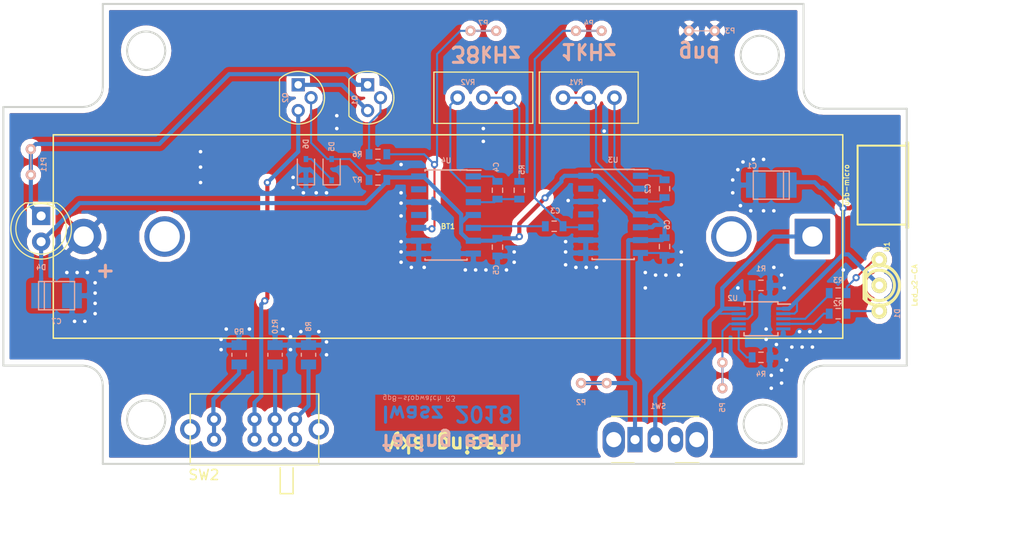
<source format=kicad_pcb>
(kicad_pcb (version 20171130) (host pcbnew no-vcs-found-c6d0075~61~ubuntu17.10.1)
  (layers (0 F.Cu signal) (31 B.Cu signal) (34 B.Paste user) (35 F.Paste user) (36 B.SilkS user) (37 F.SilkS user) (38 B.Mask user) (39 F.Mask user) (44 Edge.Cuts user))
  (net 0 "")
  (net 1 GND)
  (net 2 "Net-(C1-Pad1)")
  (net 3 "Net-(C2-Pad1)")
  (net 4 "Net-(C2-Pad2)")
  (net 5 "Net-(C3-Pad1)")
  (net 6 "Net-(C3-Pad2)")
  (net 7 "Net-(C4-Pad1)")
  (net 8 "Net-(C4-Pad2)")
  (net 9 "Net-(D1-Pad1)")
  (net 10 +BATT)
  (net 11 "Net-(D5-Pad1)")
  (net 12 "Net-(D5-Pad2)")
  (net 13 "Net-(Q1-Pad2)")
  (net 14 "Net-(R1-Pad2)")
  (net 15 "Net-(R2-Pad2)")
  (net 16 "Net-(R3-Pad2)")
  (net 17 "Net-(R4-Pad1)")
  (net 18 "Net-(R5-Pad1)")
  (net 19 "Net-(RV1-Pad3)")
  (net 20 "Net-(RV2-Pad3)")
  (net 21 "Net-(D1-Pad3)")
  (net 22 "Net-(P5-Pad1)")
  (net 23 "Net-(P7-Pad1)")
  (net 24 "Net-(U1-Pad2)")
  (net 25 "Net-(U1-Pad3)")
  (net 26 "Net-(U1-Pad4)")
  (net 27 "Net-(U3-Pad11)")
  (net 28 "Net-(U3-Pad13)")
  (net 29 "Net-(U4-Pad11)")
  (net 30 "Net-(U4-Pad13)")
  (net 31 "Net-(D4-Pad1)")
  (net 32 "Net-(R10-Pad2)")
  (net 33 "Net-(Q2-Pad3)")
  (net 34 "Net-(R9-Pad2)")
  (net 35 "Net-(R8-Pad2)")
  (net 36 "Net-(BT1-Pad1)")
  (net 37 "Net-(Q1-Pad3)")
  (net 38 "Net-(SW1-Pad3)")
  (module iwasz:switch-3way-8pins-shorted (layer F.Cu) (at 125.476 113.03 180)
    (fp_text reference SW2 (at 5 -4.5 180) (layer F.SilkS))
    (fp_text value SW_SP3T)
    (pad "" thru_hole circle (at 6.35 0 180) (size 2 2) (drill 1.2) (layers *.Cu *.Mask))
    (pad "" thru_hole circle (at -6.35 0 180) (size 2 2) (drill 1.2) (layers *.Cu *.Mask))
    (pad 1 thru_hole circle (at -4 1 180) (size 1.4 1.4) (drill 0.7) (layers *.Cu *.Mask) (net 35 "Net-(R8-Pad2)"))
    (pad 2 thru_hole circle (at -2 1 180) (size 1.4 1.4) (drill 0.7) (layers *.Cu *.Mask) (net 32 "Net-(R10-Pad2)"))
    (pad 3 thru_hole circle (at 0 1 180) (size 1.4 1.4) (drill 0.7) (layers *.Cu *.Mask) (net 33 "Net-(Q2-Pad3)"))
    (pad 4 thru_hole circle (at 4 1 180) (size 1.4 1.4) (drill 0.7) (layers *.Cu *.Mask) (net 34 "Net-(R9-Pad2)"))
    (pad 2 thru_hole circle (at -2 -1 180) (size 1.4 1.4) (drill 0.7) (layers *.Cu *.Mask) (net 32 "Net-(R10-Pad2)"))
    (pad 3 thru_hole circle (at 0 -1 180) (size 1.4 1.4) (drill 0.7) (layers *.Cu *.Mask) (net 33 "Net-(Q2-Pad3)"))
    (pad 4 thru_hole circle (at 4 -1 180) (size 1.4 1.4) (drill 0.7) (layers *.Cu *.Mask) (net 34 "Net-(R9-Pad2)"))
    (pad 1 thru_hole circle (at -4 -1 180) (size 1.4 1.4) (drill 0.7) (layers *.Cu *.Mask) (net 35 "Net-(R8-Pad2)"))
  )
  (module Button_Switch_THT:SW_CuK_OS102011MA1QN1_SPDT_Angled (layer F.Cu) (at 163.068 114.046)
    (fp_text reference SW1 (at 2.286 -3.302) (layer B.SilkS) (effects (font (size 0.508 0.508) (thickness 0.1016)) (justify mirror)))
    (fp_text value power)
    (pad 1 thru_hole rect (at 0 0) (size 1.5 2.5) (drill 0.9) (layers *.Cu *.Mask) (net 10 +BATT))
    (pad 2 thru_hole oval (at 2 0) (size 1.5 2.5) (drill 0.9) (layers *.Cu *.Mask) (net 36 "Net-(BT1-Pad1)"))
    (pad 3 thru_hole oval (at 4 0) (size 1.5 2.5) (drill 0.9) (layers *.Cu *.Mask) (net 38 "Net-(SW1-Pad3)"))
    (pad "" thru_hole oval (at -2.1 0) (size 2.2 3.5) (drill 1.5) (layers *.Cu *.Mask))
    (pad "" thru_hole oval (at 6.1 0) (size 2.2 3.5) (drill 1.5) (layers *.Cu *.Mask))
  )
  (module Capacitor_SMD:C_0603_1608Metric (layer B.Cu) (at 165.984204 89.254334 270)
    (fp_text reference C2 (at 0 1.65 270) (layer B.SilkS) (effects (font (size 0.508 0.508) (thickness 0.1016)) (justify mirror)))
    (fp_text value 47nF)
    (pad 1 smd rect (at -0.875 0 270) (size 0.67 1) (layers B.Cu B.Paste B.Mask) (net 3 "Net-(C2-Pad1)"))
    (pad 2 smd rect (at 0.875 0 270) (size 0.67 1) (layers B.Cu B.Paste B.Mask) (net 4 "Net-(C2-Pad2)"))
  )
  (module Capacitor_SMD:C_0603_1608Metric (layer B.Cu) (at 155.081 92.964)
    (fp_text reference C3 (at 0.113 -1.524) (layer B.SilkS) (effects (font (size 0.508 0.508) (thickness 0.1016)) (justify mirror)))
    (fp_text value 47nF)
    (pad 2 smd rect (at 0.875 0) (size 0.67 1) (layers B.Cu B.Paste B.Mask) (net 6 "Net-(C3-Pad2)"))
    (pad 1 smd rect (at -0.875 0) (size 0.67 1) (layers B.Cu B.Paste B.Mask) (net 5 "Net-(C3-Pad1)"))
  )
  (module Capacitor_SMD:C_0603_1608Metric (layer B.Cu) (at 149.476126 89.408 270)
    (fp_text reference C4 (at -2.286 0.124126 270) (layer B.SilkS) (effects (font (size 0.508 0.508) (thickness 0.1016)) (justify mirror)))
    (fp_text value 100pF)
    (pad 1 smd rect (at -0.875 0 270) (size 0.67 1) (layers B.Cu B.Paste B.Mask) (net 7 "Net-(C4-Pad1)"))
    (pad 2 smd rect (at 0.875 0 270) (size 0.67 1) (layers B.Cu B.Paste B.Mask) (net 8 "Net-(C4-Pad2)"))
  )
  (module Capacitor_SMD:C_0603_1608Metric (layer B.Cu) (at 149.476126 95.028668 270)
    (fp_text reference C5 (at 2.253332 0.124126 270) (layer B.SilkS) (effects (font (size 0.508 0.508) (thickness 0.1016)) (justify mirror)))
    (fp_text value 100nF)
    (pad 2 smd rect (at 0.875 0 270) (size 0.67 1) (layers B.Cu B.Paste B.Mask) (net 1 GND))
    (pad 1 smd rect (at -0.875 0 270) (size 0.67 1) (layers B.Cu B.Paste B.Mask) (net 10 +BATT))
  )
  (module Capacitor_SMD:C_0603_1608Metric (layer B.Cu) (at 165.984204 94.969334 270)
    (fp_text reference C6 (at -2.159 -0.254 270) (layer B.SilkS) (effects (font (size 0.508 0.508) (thickness 0.1016)) (justify mirror)))
    (fp_text value 100nF)
    (pad 1 smd rect (at -0.875 0 270) (size 0.67 1) (layers B.Cu B.Paste B.Mask) (net 10 +BATT))
    (pad 2 smd rect (at 0.875 0 270) (size 0.67 1) (layers B.Cu B.Paste B.Mask) (net 1 GND))
  )
  (module Diode_SMD:D_SOD-323 (layer B.Cu) (at 133.096 87.376 90)
    (fp_text reference D5 (at 2.286 0 90) (layer B.SilkS) (effects (font (size 0.508 0.508) (thickness 0.1016)) (justify mirror)))
    (fp_text value 1N4148)
    (pad 2 smd rect (at 1.05 0 90) (size 0.6 0.45) (layers B.Cu B.Paste B.Mask) (net 12 "Net-(D5-Pad2)"))
    (pad 1 smd rect (at -1.05 0 90) (size 0.6 0.45) (layers B.Cu B.Paste B.Mask) (net 11 "Net-(D5-Pad1)"))
  )
  (module Diode_SMD:D_SOD-323 (layer B.Cu) (at 130.556 87.376 90)
    (fp_text reference D6 (at 2.54 0 90) (layer B.SilkS) (effects (font (size 0.508 0.508) (thickness 0.1016)) (justify mirror)))
    (fp_text value 1N4148)
    (pad 1 smd rect (at -1.05 0 90) (size 0.6 0.45) (layers B.Cu B.Paste B.Mask) (net 1 GND))
    (pad 2 smd rect (at 1.05 0 90) (size 0.6 0.45) (layers B.Cu B.Paste B.Mask) (net 11 "Net-(D5-Pad1)"))
  )
  (module LED_THT:LED_D5.0mm (layer F.Cu) (at 104.394 91.948 270)
    (fp_text reference D4 (at 5.08 0) (layer B.SilkS) (effects (font (size 0.508 0.508) (thickness 0.1016)) (justify mirror)))
    (fp_text value "VISHAY TSAL6200")
    (pad 1 thru_hole rect (at 0 0 270) (size 1.8 1.8) (drill 0.9) (layers *.Cu *.Mask) (net 31 "Net-(D4-Pad1)"))
    (pad 2 thru_hole circle (at 2.54 0 270) (size 1.8 1.8) (drill 0.9) (layers *.Cu *.Mask) (net 10 +BATT))
  )
  (module Package_SOIC:SOIC-14_3.9x8.7mm_P1.27mm (layer B.Cu) (at 160.904204 91.794334 180)
    (fp_text reference U3 (at 0 5.375 180) (layer B.SilkS) (effects (font (size 0.508 0.508) (thickness 0.1016)) (justify mirror)))
    (fp_text value CD4047)
    (pad 14 smd rect (at 2.7 3.81 180) (size 1.5 0.6) (layers B.Cu B.Paste B.Mask) (net 10 +BATT))
    (pad 13 smd rect (at 2.7 2.54 180) (size 1.5 0.6) (layers B.Cu B.Paste B.Mask) (net 28 "Net-(U3-Pad13)"))
    (pad 12 smd rect (at 2.7 1.27 180) (size 1.5 0.6) (layers B.Cu B.Paste B.Mask) (net 1 GND))
    (pad 11 smd rect (at 2.7 0 180) (size 1.5 0.6) (layers B.Cu B.Paste B.Mask) (net 27 "Net-(U3-Pad11)"))
    (pad 10 smd rect (at 2.7 -1.27 180) (size 1.5 0.6) (layers B.Cu B.Paste B.Mask) (net 6 "Net-(C3-Pad2)"))
    (pad 9 smd rect (at 2.7 -2.54 180) (size 1.5 0.6) (layers B.Cu B.Paste B.Mask) (net 1 GND))
    (pad 8 smd rect (at 2.7 -3.81 180) (size 1.5 0.6) (layers B.Cu B.Paste B.Mask) (net 1 GND))
    (pad 7 smd rect (at -2.7 -3.81 180) (size 1.5 0.6) (layers B.Cu B.Paste B.Mask) (net 1 GND))
    (pad 6 smd rect (at -2.7 -2.54 180) (size 1.5 0.6) (layers B.Cu B.Paste B.Mask) (net 10 +BATT))
    (pad 5 smd rect (at -2.7 -1.27 180) (size 1.5 0.6) (layers B.Cu B.Paste B.Mask) (net 10 +BATT))
    (pad 4 smd rect (at -2.7 0 180) (size 1.5 0.6) (layers B.Cu B.Paste B.Mask) (net 10 +BATT))
    (pad 3 smd rect (at -2.7 1.27 180) (size 1.5 0.6) (layers B.Cu B.Paste B.Mask) (net 4 "Net-(C2-Pad2)"))
    (pad 2 smd rect (at -2.7 2.54 180) (size 1.5 0.6) (layers B.Cu B.Paste B.Mask) (net 19 "Net-(RV1-Pad3)"))
    (pad 1 smd rect (at -2.7 3.81 180) (size 1.5 0.6) (layers B.Cu B.Paste B.Mask) (net 3 "Net-(C2-Pad1)"))
  )
  (module Package_SOIC:SOIC-14_3.9x8.7mm_P1.27mm (layer B.Cu) (at 144.396126 91.853668 180)
    (fp_text reference U4 (at 0 5.375 180) (layer B.SilkS) (effects (font (size 0.508 0.508) (thickness 0.1016)) (justify mirror)))
    (fp_text value CD4047)
    (pad 1 smd rect (at -2.7 3.81 180) (size 1.5 0.6) (layers B.Cu B.Paste B.Mask) (net 7 "Net-(C4-Pad1)"))
    (pad 2 smd rect (at -2.7 2.54 180) (size 1.5 0.6) (layers B.Cu B.Paste B.Mask) (net 20 "Net-(RV2-Pad3)"))
    (pad 3 smd rect (at -2.7 1.27 180) (size 1.5 0.6) (layers B.Cu B.Paste B.Mask) (net 8 "Net-(C4-Pad2)"))
    (pad 4 smd rect (at -2.7 0 180) (size 1.5 0.6) (layers B.Cu B.Paste B.Mask) (net 10 +BATT))
    (pad 5 smd rect (at -2.7 -1.27 180) (size 1.5 0.6) (layers B.Cu B.Paste B.Mask) (net 5 "Net-(C3-Pad1)"))
    (pad 6 smd rect (at -2.7 -2.54 180) (size 1.5 0.6) (layers B.Cu B.Paste B.Mask) (net 10 +BATT))
    (pad 7 smd rect (at -2.7 -3.81 180) (size 1.5 0.6) (layers B.Cu B.Paste B.Mask) (net 1 GND))
    (pad 8 smd rect (at 2.7 -3.81 180) (size 1.5 0.6) (layers B.Cu B.Paste B.Mask) (net 1 GND))
    (pad 9 smd rect (at 2.7 -2.54 180) (size 1.5 0.6) (layers B.Cu B.Paste B.Mask) (net 1 GND))
    (pad 10 smd rect (at 2.7 -1.27 180) (size 1.5 0.6) (layers B.Cu B.Paste B.Mask) (net 23 "Net-(P7-Pad1)"))
    (pad 11 smd rect (at 2.7 0 180) (size 1.5 0.6) (layers B.Cu B.Paste B.Mask) (net 29 "Net-(U4-Pad11)"))
    (pad 12 smd rect (at 2.7 1.27 180) (size 1.5 0.6) (layers B.Cu B.Paste B.Mask) (net 1 GND))
    (pad 13 smd rect (at 2.7 2.54 180) (size 1.5 0.6) (layers B.Cu B.Paste B.Mask) (net 30 "Net-(U4-Pad13)"))
    (pad 14 smd rect (at 2.7 3.81 180) (size 1.5 0.6) (layers B.Cu B.Paste B.Mask) (net 10 +BATT))
  )
  (module Package_SSOP:MSOP-10_3x3mm_P0.5mm (layer B.Cu) (at 175.514 102.108 180)
    (fp_text reference U2 (at 2.794 2.032 180) (layer B.SilkS) (effects (font (size 0.508 0.508) (thickness 0.1016)) (justify mirror)))
    (fp_text value MCP73833)
    (pad 1 smd rect (at -2.2 1 180) (size 1.4 0.3) (layers B.Cu B.Paste B.Mask) (net 2 "Net-(C1-Pad1)"))
    (pad 2 smd rect (at -2.2 0.5 180) (size 1.4 0.3) (layers B.Cu B.Paste B.Mask) (net 2 "Net-(C1-Pad1)"))
    (pad 3 smd rect (at -2.2 0 180) (size 1.4 0.3) (layers B.Cu B.Paste B.Mask) (net 16 "Net-(R3-Pad2)"))
    (pad 4 smd rect (at -2.2 -0.5 180) (size 1.4 0.3) (layers B.Cu B.Paste B.Mask) (net 15 "Net-(R2-Pad2)"))
    (pad 5 smd rect (at -2.2 -1 180) (size 1.4 0.3) (layers B.Cu B.Paste B.Mask) (net 1 GND))
    (pad 6 smd rect (at 2.2 -1 180) (size 1.4 0.3) (layers B.Cu B.Paste B.Mask) (net 17 "Net-(R4-Pad1)"))
    (pad 7 smd rect (at 2.2 -0.5 180) (size 1.4 0.3) (layers B.Cu B.Paste B.Mask) (net 22 "Net-(P5-Pad1)"))
    (pad 8 smd rect (at 2.2 0 180) (size 1.4 0.3) (layers B.Cu B.Paste B.Mask) (net 14 "Net-(R1-Pad2)"))
    (pad 9 smd rect (at 2.2 0.5 180) (size 1.4 0.3) (layers B.Cu B.Paste B.Mask) (net 36 "Net-(BT1-Pad1)"))
    (pad 10 smd rect (at 2.2 1 180) (size 1.4 0.3) (layers B.Cu B.Paste B.Mask) (net 36 "Net-(BT1-Pad1)"))
  )
  (module Package_TO_SOT_THT:TO-92 (layer F.Cu) (at 129.794 78.994 270)
    (fp_text reference Q2 (at 1.27 1.27 270) (layer B.SilkS) (effects (font (size 0.508 0.508) (thickness 0.1016)) (justify mirror)))
    (fp_text value 2N3904)
    (pad 1 thru_hole rect (at 0 0) (size 1.3 1.3) (drill 0.75) (layers *.Cu *.Mask) (net 37 "Net-(Q1-Pad3)"))
    (pad 3 thru_hole circle (at 2.54 0) (size 1.3 1.3) (drill 0.75) (layers *.Cu *.Mask) (net 33 "Net-(Q2-Pad3)"))
    (pad 2 thru_hole circle (at 1.27 -1.27) (size 1.3 1.3) (drill 0.75) (layers *.Cu *.Mask) (net 12 "Net-(D5-Pad2)"))
  )
  (module Package_TO_SOT_THT:TO-92 (layer F.Cu) (at 136.652 78.994 270)
    (fp_text reference Q1 (at 1.524 1.27 270) (layer B.SilkS) (effects (font (size 0.508 0.508) (thickness 0.1016)) (justify mirror)))
    (fp_text value 2N3904)
    (pad 2 thru_hole circle (at 1.27 -1.27) (size 1.3 1.3) (drill 0.75) (layers *.Cu *.Mask) (net 13 "Net-(Q1-Pad2)"))
    (pad 3 thru_hole circle (at 2.54 0) (size 1.3 1.3) (drill 0.75) (layers *.Cu *.Mask) (net 37 "Net-(Q1-Pad3)"))
    (pad 1 thru_hole rect (at 0 0) (size 1.3 1.3) (drill 0.75) (layers *.Cu *.Mask) (net 31 "Net-(D4-Pad1)"))
  )
  (module Potentiometer_THT:Potentiometer_Bourns_3296W_Vertical (layer F.Cu) (at 150.622 80.264)
    (fp_text reference RV2 (at -4.064 -1.524) (layer B.SilkS) (effects (font (size 0.508 0.508) (thickness 0.1016)) (justify mirror)))
    (fp_text value 47k)
    (pad 3 thru_hole circle (at -5.08 0) (size 1.44 1.44) (drill 0.8) (layers *.Cu *.Mask) (net 20 "Net-(RV2-Pad3)"))
    (pad 2 thru_hole circle (at -2.54 0) (size 1.44 1.44) (drill 0.8) (layers *.Cu *.Mask) (net 18 "Net-(R5-Pad1)"))
    (pad 1 thru_hole circle (at 0 0) (size 1.44 1.44) (drill 0.8) (layers *.Cu *.Mask) (net 18 "Net-(R5-Pad1)"))
  )
  (module Potentiometer_THT:Potentiometer_Bourns_3296W_Vertical (layer F.Cu) (at 155.956 80.264 180)
    (fp_text reference RV1 (at -1.27 1.524 180) (layer B.SilkS) (effects (font (size 0.508 0.508) (thickness 0.1016)) (justify mirror)))
    (fp_text value 20k)
    (pad 1 thru_hole circle (at 0 0 180) (size 1.44 1.44) (drill 0.8) (layers *.Cu *.Mask) (net 4 "Net-(C2-Pad2)"))
    (pad 2 thru_hole circle (at -2.54 0 180) (size 1.44 1.44) (drill 0.8) (layers *.Cu *.Mask) (net 4 "Net-(C2-Pad2)"))
    (pad 3 thru_hole circle (at -5.08 0 180) (size 1.44 1.44) (drill 0.8) (layers *.Cu *.Mask) (net 19 "Net-(RV1-Pad3)"))
  )
  (module Resistor_SMD:R_0603_1608Metric (layer B.Cu) (at 175.514 98.806 180)
    (fp_text reference R1 (at 0 1.65 180) (layer B.SilkS) (effects (font (size 0.508 0.508) (thickness 0.1016)) (justify mirror)))
    (fp_text value 10k)
    (pad 1 smd rect (at -0.875 0 180) (size 0.67 1) (layers B.Cu B.Paste B.Mask) (net 1 GND))
    (pad 2 smd rect (at 0.875 0 180) (size 0.67 1) (layers B.Cu B.Paste B.Mask) (net 14 "Net-(R1-Pad2)"))
  )
  (module Resistor_SMD:R_0603_1608Metric (layer B.Cu) (at 137.668 88.392 180)
    (fp_text reference R7 (at 2.032 0 180) (layer B.SilkS) (effects (font (size 0.508 0.508) (thickness 0.1016)) (justify mirror)))
    (fp_text value 1k)
    (pad 2 smd rect (at 0.875 0 180) (size 0.67 1) (layers B.Cu B.Paste B.Mask) (net 12 "Net-(D5-Pad2)"))
    (pad 1 smd rect (at -0.875 0 180) (size 0.67 1) (layers B.Cu B.Paste B.Mask) (net 10 +BATT))
  )
  (module Resistor_SMD:R_0603_1608Metric (layer B.Cu) (at 137.668 85.852)
    (fp_text reference R6 (at -2.032 0) (layer B.SilkS) (effects (font (size 0.508 0.508) (thickness 0.1016)) (justify mirror)))
    (fp_text value 1k)
    (pad 1 smd rect (at -0.875 0) (size 0.67 1) (layers B.Cu B.Paste B.Mask) (net 13 "Net-(Q1-Pad2)"))
    (pad 2 smd rect (at 0.875 0) (size 0.67 1) (layers B.Cu B.Paste B.Mask) (net 23 "Net-(P7-Pad1)"))
  )
  (module Resistor_SMD:R_0603_1608Metric (layer B.Cu) (at 151.638 89.408 270)
    (fp_text reference R5 (at -2.032 -0.254 270) (layer B.SilkS) (effects (font (size 0.508 0.508) (thickness 0.1016)) (justify mirror)))
    (fp_text value 33k)
    (pad 2 smd rect (at 0.875 0 270) (size 0.67 1) (layers B.Cu B.Paste B.Mask) (net 8 "Net-(C4-Pad2)"))
    (pad 1 smd rect (at -0.875 0 270) (size 0.67 1) (layers B.Cu B.Paste B.Mask) (net 18 "Net-(R5-Pad1)"))
  )
  (module Resistor_SMD:R_0603_1608Metric (layer B.Cu) (at 183.134 101.6 180)
    (fp_text reference R2 (at 0 1.016 180) (layer B.SilkS) (effects (font (size 0.508 0.508) (thickness 0.1016)) (justify mirror)))
    (fp_text value 560R)
    (pad 1 smd rect (at -0.875 0 180) (size 0.67 1) (layers B.Cu B.Paste B.Mask) (net 21 "Net-(D1-Pad3)"))
    (pad 2 smd rect (at 0.875 0 180) (size 0.67 1) (layers B.Cu B.Paste B.Mask) (net 15 "Net-(R2-Pad2)"))
  )
  (module Resistor_SMD:R_0603_1608Metric (layer B.Cu) (at 183.134 99.568 180)
    (fp_text reference R3 (at 0 1.27 180) (layer B.SilkS) (effects (font (size 0.508 0.508) (thickness 0.1016)) (justify mirror)))
    (fp_text value 560R)
    (pad 2 smd rect (at 0.875 0 180) (size 0.67 1) (layers B.Cu B.Paste B.Mask) (net 16 "Net-(R3-Pad2)"))
    (pad 1 smd rect (at -0.875 0 180) (size 0.67 1) (layers B.Cu B.Paste B.Mask) (net 9 "Net-(D1-Pad1)"))
  )
  (module Resistor_SMD:R_0603_1608Metric (layer B.Cu) (at 175.514 105.918)
    (fp_text reference R4 (at 0 1.65) (layer B.SilkS) (effects (font (size 0.508 0.508) (thickness 0.1016)) (justify mirror)))
    (fp_text value 3k3)
    (pad 1 smd rect (at -0.875 0) (size 0.67 1) (layers B.Cu B.Paste B.Mask) (net 17 "Net-(R4-Pad1)"))
    (pad 2 smd rect (at 0.875 0) (size 0.67 1) (layers B.Cu B.Paste B.Mask) (net 1 GND))
  )
  (module Resistor_SMD:R_0805_2012Metric (layer B.Cu) (at 127.508 105.664 270)
    (fp_text reference R10 (at -2.794 0 270) (layer B.SilkS) (effects (font (size 0.508 0.508) (thickness 0.1016)) (justify mirror)))
    (fp_text value 4R)
    (pad 1 smd rect (at -0.955 0 270) (size 0.97 1.5) (layers B.Cu B.Paste B.Mask) (net 1 GND))
    (pad 2 smd rect (at 0.955 0 270) (size 0.97 1.5) (layers B.Cu B.Paste B.Mask) (net 32 "Net-(R10-Pad2)"))
  )
  (module Resistor_SMD:R_0805_2012Metric (layer B.Cu) (at 123.952 105.664 270)
    (fp_text reference R9 (at -2.286 0) (layer B.SilkS) (effects (font (size 0.508 0.508) (thickness 0.1016)) (justify mirror)))
    (fp_text value 8R)
    (pad 2 smd rect (at 0.955 0 270) (size 0.97 1.5) (layers B.Cu B.Paste B.Mask) (net 34 "Net-(R9-Pad2)"))
    (pad 1 smd rect (at -0.955 0 270) (size 0.97 1.5) (layers B.Cu B.Paste B.Mask) (net 1 GND))
  )
  (module Resistor_SMD:R_0805_2012Metric (layer B.Cu) (at 130.81 105.664 270)
    (fp_text reference R8 (at -2.794 0 270) (layer B.SilkS) (effects (font (size 0.508 0.508) (thickness 0.1016)) (justify mirror)))
    (fp_text value 2R)
    (pad 1 smd rect (at -0.955 0 270) (size 0.97 1.5) (layers B.Cu B.Paste B.Mask) (net 1 GND))
    (pad 2 smd rect (at 0.955 0 270) (size 0.97 1.5) (layers B.Cu B.Paste B.Mask) (net 35 "Net-(R8-Pad2)"))
  )
  (module iwasz:BLM-BH18650-PC2 (layer F.Cu) (at 180.594 93.98 180)
    (fp_text reference BT1 (at 36 1 180) (layer F.SilkS) (effects (font (size 0.508 0.508) (thickness 0.1016))))
    (fp_text value Battery_Cell)
    (pad 2 thru_hole circle (at 72 0 180) (size 3.5 3.5) (drill 2) (layers *.Cu *.Mask) (net 1 GND))
    (pad 1 thru_hole rect (at 0 0 180) (size 3.5 3.5) (drill 2) (layers *.Cu *.Mask) (net 36 "Net-(BT1-Pad1)"))
    (pad "" thru_hole circle (at 8 0 180) (size 4 4) (drill 3) (layers *.Cu *.Mask))
    (pad "" thru_hole circle (at 64 0 180) (size 4 4) (drill 3) (layers *.Cu *.Mask))
  )
  (module iwasz:conn_usb_B_micro_smd-2-nohole (layer F.Cu) (at 187.96 88.9 90)
    (fp_text reference U1 (at -6.096 0 90) (layer F.SilkS) (effects (font (size 0.508 0.508) (thickness 0.1016))))
    (fp_text value usb-micro (at 0 -4.0005 90) (layer F.SilkS) (effects (font (size 0.508 0.508) (thickness 0.1016))))
    (pad "" smd rect (at -1.19888 0 90) (size 1.89738 1.89738) (layers F.Cu F.Paste F.Mask))
    (pad "" smd rect (at 1.19888 0 90) (size 1.89738 1.89738) (layers F.Cu F.Paste F.Mask))
    (pad "" smd rect (at 3.9497 0 90) (size 1.89738 1.89738) (layers F.Cu F.Paste F.Mask))
    (pad "" smd rect (at -3.9497 0 90) (size 1.89738 1.89738) (layers F.Cu F.Paste F.Mask))
    (pad 1 smd rect (at -1.30048 -2.67462 90) (size 0.39878 1.34874) (layers F.Cu F.Paste F.Mask) (net 2 "Net-(C1-Pad1)"))
    (pad 2 smd rect (at -0.6477 -2.67462 90) (size 0.39878 1.3462) (layers F.Cu F.Paste F.Mask) (net 24 "Net-(U1-Pad2)"))
    (pad 3 smd rect (at 0 -2.67462 90) (size 0.39878 1.3462) (layers F.Cu F.Paste F.Mask) (net 25 "Net-(U1-Pad3)"))
    (pad 4 smd rect (at 0.6477 -2.67462 90) (size 0.39878 1.3462) (layers F.Cu F.Paste F.Mask) (net 26 "Net-(U1-Pad4)"))
    (pad 5 smd rect (at 1.30048 -2.67462 90) (size 0.39878 1.3462) (layers F.Cu F.Paste F.Mask) (net 1 GND))
  )
  (module iwasz:c_tant_B-pins21 (layer B.Cu) (at 176.53 88.9)
    (fp_text reference C1 (at -1.905 -1.905) (layer B.SilkS) (effects (font (size 0.508 0.508) (thickness 0.1016)) (justify mirror)))
    (fp_text value 10µF hide)
    (pad 1 smd rect (at 1.524 0) (size 1.95072 2.49936) (layers B.Cu B.Paste B.Mask) (net 2 "Net-(C1-Pad1)"))
    (pad 2 smd rect (at -1.524 0) (size 1.95072 2.49936) (layers B.Cu B.Paste B.Mask) (net 1 GND))
  )
  (module iwasz:c_tant_B-pins21 (layer B.Cu) (at 105.918 99.822 180)
    (fp_text reference C7 (at 0 -2.54 180) (layer B.SilkS) (effects (font (size 0.508 0.508) (thickness 0.1016)) (justify mirror)))
    (fp_text value 10µF hide)
    (pad 1 smd rect (at 1.524 0 180) (size 1.95072 2.49936) (layers B.Cu B.Paste B.Mask) (net 10 +BATT))
    (pad 2 smd rect (at -1.524 0 180) (size 1.95072 2.49936) (layers B.Cu B.Paste B.Mask) (net 1 GND))
  )
  (module iwasz:led_3mm-3pins (layer F.Cu) (at 187.198 98.806 270)
    (fp_text reference D1 (at 2.794 -1.778 270) (layer B.SilkS) (effects (font (size 0.508 0.508) (thickness 0.1016)) (justify mirror)))
    (fp_text value Led_x2-CA (at 0 -3.5 270) (layer F.SilkS) (effects (font (size 0.508 0.508) (thickness 0.1016))))
    (pad 3 thru_hole circle (at 2.54 0 270) (size 1.524 1.524) (drill 0.762) (layers *.Cu *.Mask F.SilkS) (net 21 "Net-(D1-Pad3)"))
    (pad 2 thru_hole circle (at 0 0 270) (size 1.524 1.524) (drill 0.762) (layers *.Cu *.Mask F.SilkS) (net 2 "Net-(C1-Pad1)"))
    (pad 1 thru_hole circle (at -2.54 0 270) (size 1.524 1.524) (drill 0.762) (layers *.Cu *.Mask F.SilkS) (net 9 "Net-(D1-Pad1)"))
  )
  (module iwasz:testpad-2p (layer B.Cu) (at 159.004 108.458)
    (fp_text reference P2 (at -1.27 1.905) (layer B.SilkS) (effects (font (size 0.508 0.508) (thickness 0.1016)) (justify mirror)))
    (fp_text value test-double hide)
    (pad 1 thru_hole circle (at -1.27 0) (size 1.016 1.016) (drill 0.508) (layers *.Cu *.Mask B.SilkS) (net 10 +BATT))
    (pad 1 thru_hole circle (at 1.27 0) (size 1.016 1.016) (drill 0.508) (layers *.Cu *.Mask B.SilkS) (net 10 +BATT))
  )
  (module iwasz:testpad-2p (layer B.Cu) (at 169.672 73.66 180)
    (fp_text reference P3 (at -2.794 0 180) (layer B.SilkS) (effects (font (size 0.508 0.508) (thickness 0.1016)) (justify mirror)))
    (fp_text value test-double hide)
    (pad 1 thru_hole circle (at -1.27 0 180) (size 1.016 1.016) (drill 0.508) (layers *.Cu *.Mask B.SilkS) (net 1 GND))
    (pad 1 thru_hole circle (at 1.27 0 180) (size 1.016 1.016) (drill 0.508) (layers *.Cu *.Mask B.SilkS) (net 1 GND))
  )
  (module iwasz:testpad-2p (layer B.Cu) (at 158.496 73.66 180)
    (fp_text reference P4 (at 0 0.762 180) (layer B.SilkS) (effects (font (size 0.508 0.508) (thickness 0.1016)) (justify mirror)))
    (fp_text value test-double hide)
    (pad 1 thru_hole circle (at -1.27 0 180) (size 1.016 1.016) (drill 0.508) (layers *.Cu *.Mask B.SilkS) (net 6 "Net-(C3-Pad2)"))
    (pad 1 thru_hole circle (at 1.27 0 180) (size 1.016 1.016) (drill 0.508) (layers *.Cu *.Mask B.SilkS) (net 6 "Net-(C3-Pad2)"))
  )
  (module iwasz:testpad-2p (layer B.Cu) (at 171.704 107.696 270)
    (fp_text reference P5 (at 3.175 0 270) (layer B.SilkS) (effects (font (size 0.508 0.508) (thickness 0.1016)) (justify mirror)))
    (fp_text value test-double hide)
    (pad 1 thru_hole circle (at -1.27 0 270) (size 1.016 1.016) (drill 0.508) (layers *.Cu *.Mask B.SilkS) (net 22 "Net-(P5-Pad1)"))
    (pad 1 thru_hole circle (at 1.27 0 270) (size 1.016 1.016) (drill 0.508) (layers *.Cu *.Mask B.SilkS) (net 22 "Net-(P5-Pad1)"))
  )
  (module iwasz:testpad-2p (layer B.Cu) (at 148.082 73.66)
    (fp_text reference P7 (at 0 -0.762) (layer B.SilkS) (effects (font (size 0.508 0.508) (thickness 0.1016)) (justify mirror)))
    (fp_text value test-double hide)
    (pad 1 thru_hole circle (at -1.27 0) (size 1.016 1.016) (drill 0.508) (layers *.Cu *.Mask B.SilkS) (net 23 "Net-(P7-Pad1)"))
    (pad 1 thru_hole circle (at 1.27 0) (size 1.016 1.016) (drill 0.508) (layers *.Cu *.Mask B.SilkS) (net 23 "Net-(P7-Pad1)"))
  )
  (module iwasz:testpad-2p (layer B.Cu) (at 103.378 86.614 270)
    (fp_text reference P11 (at 0.254 -1.27 270) (layer B.SilkS) (effects (font (size 0.508 0.508) (thickness 0.1016)) (justify mirror)))
    (fp_text value test-double hide)
    (pad 1 thru_hole circle (at -1.27 0 270) (size 1.016 1.016) (drill 0.508) (layers *.Cu *.Mask B.SilkS) (net 31 "Net-(D4-Pad1)"))
    (pad 1 thru_hole circle (at 1.27 0 270) (size 1.016 1.016) (drill 0.508) (layers *.Cu *.Mask B.SilkS) (net 31 "Net-(D4-Pad1)"))
  )
  (gr_text gnd (at 169.418 75.946 180) (layer B.SilkS) (effects (font (size 1.5 1.5) (thickness 0.3)) (justify mirror)))
  (gr_text + (at 110.744 97.282) (layer B.SilkS) (effects (font (size 1.5 1.5) (thickness 0.3)) (justify mirror)))
  (gr_line (start 113.196793 76.683518) (end 113.023075 76.355236) (layer Edge.Cuts) (width 0.2))
  (gr_line (start 177.541119 112.122604) (end 177.577776 112.496455) (layer Edge.Cuts) (width 0.2))
  (gr_line (start 180.057295 80.484004) (end 179.874606 80.148026) (layer Edge.Cuts) (width 0.2))
  (gr_line (start 113.720804 77.212192) (end 113.432877 76.974001) (layer Edge.Cuts) (width 0.2))
  (gr_line (start 116.623433 111.699504) (end 116.66009 112.073354) (layer Edge.Cuts) (width 0.2))
  (gr_line (start 113.720799 110.486469) (end 114.046181 110.311197) (layer Edge.Cuts) (width 0.2))
  (gr_line (start 113.196786 111.015162) (end 113.43287 110.724661) (layer Edge.Cuts) (width 0.2))
  (gr_line (start 114.046184 113.835492) (end 113.720804 113.66022) (layer Edge.Cuts) (width 0.2))
  (gr_line (start 116.623429 75.999158) (end 116.516186 76.355236) (layer Edge.Cuts) (width 0.2))
  (gr_line (start 116.106391 110.724661) (end 116.342475 111.015162) (layer Edge.Cuts) (width 0.2))
  (gr_line (start 180.593122 107.071285) (end 180.930528 106.88938) (layer Edge.Cuts) (width 0.2))
  (gr_line (start 109.909601 107.312389) (end 110.151713 107.604851) (layer Edge.Cuts) (width 0.2))
  (gr_line (start 179.719014 79.376855) (end 179.719014 71.002567) (layer Edge.Cuts) (width 0.2))
  (gr_line (start 109.615893 107.071285) (end 109.909601 107.312389) (layer Edge.Cuts) (width 0.2))
  (gr_line (start 179.719014 116.440753) (end 179.719014 108.712) (layer Edge.Cuts) (width 0.2))
  (gr_line (start 181.704982 106.734446) (end 189.916395 106.734446) (layer Edge.Cuts) (width 0.2))
  (gr_line (start 115.493077 77.387464) (end 115.140163 77.495658) (layer Edge.Cuts) (width 0.2))
  (gr_line (start 116.106386 113.422029) (end 115.818457 113.66022) (layer Edge.Cuts) (width 0.2))
  (gr_line (start 114.046181 110.311197) (end 114.399098 110.203004) (layer Edge.Cuts) (width 0.2))
  (gr_line (start 116.516192 111.343444) (end 116.623433 111.699504) (layer Edge.Cuts) (width 0.2))
  (gr_line (start 180.299422 80.776448) (end 180.057295 80.484004) (layer Edge.Cuts) (width 0.2))
  (gr_line (start 113.196786 74.567135) (end 113.43287 74.276633) (layer Edge.Cuts) (width 0.2))
  (gr_line (start 110.49 71.002567) (end 110.49 79.207794) (layer Edge.Cuts) (width 0.2))
  (gr_line (start 173.541662 76.422259) (end 173.505001 76.048427) (layer Edge.Cuts) (width 0.2))
  (gr_line (start 173.648905 76.778336) (end 173.541662 76.422259) (layer Edge.Cuts) (width 0.2))
  (gr_line (start 173.822623 77.106619) (end 173.648905 76.778336) (layer Edge.Cuts) (width 0.2))
  (gr_line (start 180.057295 107.604851) (end 180.299422 107.312389) (layer Edge.Cuts) (width 0.2))
  (gr_line (start 114.046184 77.387464) (end 113.720804 77.212192) (layer Edge.Cuts) (width 0.2))
  (gr_line (start 113.43287 74.276633) (end 113.720799 74.038442) (layer Edge.Cuts) (width 0.2))
  (gr_line (start 116.342475 111.015162) (end 116.516192 111.343444) (layer Edge.Cuts) (width 0.2))
  (gr_line (start 180.930528 81.199457) (end 180.593122 81.017552) (layer Edge.Cuts) (width 0.2))
  (gr_line (start 110.334406 107.940829) (end 110.449782 108.31248) (layer Edge.Cuts) (width 0.2))
  (gr_line (start 115.493077 113.835492) (end 115.140163 113.943686) (layer Edge.Cuts) (width 0.2))
  (gr_line (start 181.303769 81.314357) (end 180.930528 81.199457) (layer Edge.Cuts) (width 0.2))
  (gr_line (start 181.303769 106.77448) (end 181.704982 106.734446) (layer Edge.Cuts) (width 0.2))
  (gr_line (start 115.818457 113.66022) (end 115.493077 113.835492) (layer Edge.Cuts) (width 0.2))
  (gr_line (start 179.874606 107.940829) (end 180.057295 107.604851) (layer Edge.Cuts) (width 0.2))
  (gr_line (start 173.940761 113.226364) (end 173.833518 112.870286) (layer Edge.Cuts) (width 0.2))
  (gr_line (start 174.114479 113.554646) (end 173.940761 113.226364) (layer Edge.Cuts) (width 0.2))
  (gr_line (start 174.350563 113.845129) (end 174.114479 113.554646) (layer Edge.Cuts) (width 0.2))
  (gr_line (start 114.769631 113.980679) (end 114.399099 113.943686) (layer Edge.Cuts) (width 0.2))
  (gr_line (start 179.759223 108.31248) (end 179.874606 107.940829) (layer Edge.Cuts) (width 0.2))
  (gr_line (start 179.719014 108.712) (end 179.759223 108.31248) (layer Edge.Cuts) (width 0.2))
  (gr_line (start 114.399099 113.943686) (end 114.046184 113.835492) (layer Edge.Cuts) (width 0.2))
  (gr_line (start 112.915832 75.999158) (end 112.879171 75.625326) (layer Edge.Cuts) (width 0.2))
  (gr_line (start 116.66009 75.625326) (end 116.623429 75.999158) (layer Edge.Cuts) (width 0.2))
  (gr_line (start 114.046181 73.86317) (end 114.399098 73.754976) (layer Edge.Cuts) (width 0.2))
  (gr_line (start 179.719014 71.002567) (end 110.49 71.002567) (layer Edge.Cuts) (width 0.2))
  (gr_line (start 180.299422 107.312389) (end 180.593122 107.071285) (layer Edge.Cuts) (width 0.2))
  (gr_line (start 110.49 79.207794) (end 110.449782 79.607278) (layer Edge.Cuts) (width 0.2))
  (gr_line (start 173.6489 75.318518) (end 173.822616 74.990235) (layer Edge.Cuts) (width 0.2))
  (gr_line (start 173.541659 75.674577) (end 173.6489 75.318518) (layer Edge.Cuts) (width 0.2))
  (gr_line (start 173.505001 76.048427) (end 173.541659 75.674577) (layer Edge.Cuts) (width 0.2))
  (gr_line (start 176.410768 110.734298) (end 176.736148 110.90957) (layer Edge.Cuts) (width 0.2))
  (gr_line (start 177.285921 76.048427) (end 177.24926 76.422259) (layer Edge.Cuts) (width 0.2))
  (gr_line (start 177.249263 75.674577) (end 177.285921 76.048427) (layer Edge.Cuts) (width 0.2))
  (gr_line (start 177.14202 75.318518) (end 177.249263 75.674577) (layer Edge.Cuts) (width 0.2))
  (gr_line (start 109.909601 80.607131) (end 109.615893 80.848144) (layer Edge.Cuts) (width 0.2))
  (gr_line (start 113.196793 113.131545) (end 113.023075 112.803263) (layer Edge.Cuts) (width 0.2))
  (gr_line (start 176.736148 110.90957) (end 177.024077 111.147761) (layer Edge.Cuts) (width 0.2))
  (gr_line (start 113.720799 74.038442) (end 114.046181 73.86317) (layer Edge.Cuts) (width 0.2))
  (gr_line (start 114.769631 77.532651) (end 114.399099 77.495658) (layer Edge.Cuts) (width 0.2))
  (gr_line (start 112.915828 111.699504) (end 113.023071 111.343444) (layer Edge.Cuts) (width 0.2))
  (gr_line (start 115.140163 77.495658) (end 114.769631 77.532651) (layer Edge.Cuts) (width 0.2))
  (gr_line (start 181.704982 81.354391) (end 181.303769 81.314357) (layer Edge.Cuts) (width 0.2))
  (gr_line (start 176.968298 77.106619) (end 176.732214 77.397102) (layer Edge.Cuts) (width 0.2))
  (gr_line (start 177.142017 76.778336) (end 176.968298 77.106619) (layer Edge.Cuts) (width 0.2))
  (gr_line (start 177.24926 76.422259) (end 177.142017 76.778336) (layer Edge.Cuts) (width 0.2))
  (gr_line (start 108.905241 81.144801) (end 108.504035 81.184818) (layer Edge.Cuts) (width 0.2))
  (gr_line (start 116.516186 112.803263) (end 116.342468 113.131545) (layer Edge.Cuts) (width 0.2))
  (gr_line (start 176.736143 114.083321) (end 176.410763 114.258593) (layer Edge.Cuts) (width 0.2))
  (gr_line (start 177.024072 113.845129) (end 176.736143 114.083321) (layer Edge.Cuts) (width 0.2))
  (gr_line (start 177.260154 113.554646) (end 177.024072 113.845129) (layer Edge.Cuts) (width 0.2))
  (gr_line (start 175.687317 114.403779) (end 175.316785 114.366786) (layer Edge.Cuts) (width 0.2))
  (gr_line (start 176.057849 114.366786) (end 175.687317 114.403779) (layer Edge.Cuts) (width 0.2))
  (gr_line (start 176.410763 114.258593) (end 176.057849 114.366786) (layer Edge.Cuts) (width 0.2))
  (gr_line (start 177.260161 111.438263) (end 177.433878 111.766545) (layer Edge.Cuts) (width 0.2))
  (gr_line (start 176.057851 110.626104) (end 176.410768 110.734298) (layer Edge.Cuts) (width 0.2))
  (gr_line (start 110.334406 79.978874) (end 110.151713 80.314779) (layer Edge.Cuts) (width 0.2))
  (gr_line (start 113.432877 113.422029) (end 113.196793 113.131545) (layer Edge.Cuts) (width 0.2))
  (gr_line (start 176.118911 74.286271) (end 176.444293 74.461543) (layer Edge.Cuts) (width 0.2))
  (gr_line (start 175.765994 74.178077) (end 176.118911 74.286271) (layer Edge.Cuts) (width 0.2))
  (gr_line (start 175.39546 74.141084) (end 175.765994 74.178077) (layer Edge.Cuts) (width 0.2))
  (gr_line (start 113.023075 112.803263) (end 112.915832 112.447186) (layer Edge.Cuts) (width 0.2))
  (gr_line (start 115.818462 110.486469) (end 116.106391 110.724661) (layer Edge.Cuts) (width 0.2))
  (gr_line (start 114.399098 73.754976) (end 114.769631 73.717983) (layer Edge.Cuts) (width 0.2))
  (gr_line (start 115.818462 74.038442) (end 116.106391 74.276633) (layer Edge.Cuts) (width 0.2))
  (gr_line (start 116.106386 76.974001) (end 115.818457 77.212192) (layer Edge.Cuts) (width 0.2))
  (gr_line (start 113.023071 111.343444) (end 113.196786 111.015162) (layer Edge.Cuts) (width 0.2))
  (gr_line (start 177.433872 113.226364) (end 177.260154 113.554646) (layer Edge.Cuts) (width 0.2))
  (gr_line (start 177.541115 112.870286) (end 177.433872 113.226364) (layer Edge.Cuts) (width 0.2))
  (gr_line (start 177.577776 112.496455) (end 177.541115 112.870286) (layer Edge.Cuts) (width 0.2))
  (gr_line (start 110.449782 79.607278) (end 110.334406 79.978874) (layer Edge.Cuts) (width 0.2))
  (gr_line (start 115.140165 110.203004) (end 115.493082 110.311197) (layer Edge.Cuts) (width 0.2))
  (gr_line (start 112.915832 112.447186) (end 112.879171 112.073354) (layer Edge.Cuts) (width 0.2))
  (gr_line (start 113.43287 110.724661) (end 113.720799 110.486469) (layer Edge.Cuts) (width 0.2))
  (gr_line (start 189.916395 81.354391) (end 181.704982 81.354391) (layer Edge.Cuts) (width 0.2))
  (gr_line (start 180.930528 106.88938) (end 181.303769 106.77448) (layer Edge.Cuts) (width 0.2))
  (gr_line (start 114.769631 73.717983) (end 115.140165 73.754976) (layer Edge.Cuts) (width 0.2))
  (gr_line (start 116.342468 76.683518) (end 116.106386 76.974001) (layer Edge.Cuts) (width 0.2))
  (gr_line (start 115.140165 73.754976) (end 115.493082 73.86317) (layer Edge.Cuts) (width 0.2))
  (gr_line (start 116.342468 113.131545) (end 116.106386 113.422029) (layer Edge.Cuts) (width 0.2))
  (gr_line (start 115.493082 110.311197) (end 115.818462 110.486469) (layer Edge.Cuts) (width 0.2))
  (gr_line (start 110.49 116.440753) (end 179.719014 116.440753) (layer Edge.Cuts) (width 0.2))
  (gr_line (start 100.658422 106.734446) (end 108.504035 106.734446) (layer Edge.Cuts) (width 0.2))
  (gr_line (start 177.433878 111.766545) (end 177.541119 112.122604) (layer Edge.Cuts) (width 0.2))
  (gr_line (start 179.759223 79.776357) (end 179.719014 79.376855) (layer Edge.Cuts) (width 0.2))
  (gr_line (start 108.504035 106.734446) (end 108.905241 106.77448) (layer Edge.Cuts) (width 0.2))
  (gr_line (start 179.874606 80.148026) (end 179.759223 79.776357) (layer Edge.Cuts) (width 0.2))
  (gr_line (start 114.769631 110.166011) (end 115.140165 110.203004) (layer Edge.Cuts) (width 0.2))
  (gr_line (start 112.879171 75.625326) (end 112.915828 75.251476) (layer Edge.Cuts) (width 0.2))
  (gr_line (start 112.879171 112.073354) (end 112.915828 111.699504) (layer Edge.Cuts) (width 0.2))
  (gr_line (start 110.151713 107.604851) (end 110.334406 107.940829) (layer Edge.Cuts) (width 0.2))
  (gr_line (start 189.916395 106.734446) (end 189.916395 81.354391) (layer Edge.Cuts) (width 0.2))
  (gr_line (start 110.449782 108.31248) (end 110.49 108.712) (layer Edge.Cuts) (width 0.2))
  (gr_line (start 113.432877 76.974001) (end 113.196793 76.683518) (layer Edge.Cuts) (width 0.2))
  (gr_line (start 115.493082 73.86317) (end 115.818462 74.038442) (layer Edge.Cuts) (width 0.2))
  (gr_line (start 174.346629 74.461543) (end 174.672009 74.286271) (layer Edge.Cuts) (width 0.2))
  (gr_line (start 174.0587 74.699734) (end 174.346629 74.461543) (layer Edge.Cuts) (width 0.2))
  (gr_line (start 173.822616 74.990235) (end 174.0587 74.699734) (layer Edge.Cuts) (width 0.2))
  (gr_line (start 174.350556 111.147761) (end 174.638485 110.90957) (layer Edge.Cuts) (width 0.2))
  (gr_line (start 174.114472 111.438263) (end 174.350556 111.147761) (layer Edge.Cuts) (width 0.2))
  (gr_line (start 173.940757 111.766545) (end 174.114472 111.438263) (layer Edge.Cuts) (width 0.2))
  (gr_line (start 175.024926 74.178077) (end 175.39546 74.141084) (layer Edge.Cuts) (width 0.2))
  (gr_line (start 174.672009 74.286271) (end 175.024926 74.178077) (layer Edge.Cuts) (width 0.2))
  (gr_line (start 109.278486 81.029975) (end 108.905241 81.144801) (layer Edge.Cuts) (width 0.2))
  (gr_line (start 116.342475 74.567135) (end 116.516192 74.895417) (layer Edge.Cuts) (width 0.2))
  (gr_line (start 109.615893 80.848144) (end 109.278486 81.029975) (layer Edge.Cuts) (width 0.2))
  (gr_line (start 108.905241 106.77448) (end 109.278486 106.88938) (layer Edge.Cuts) (width 0.2))
  (gr_line (start 113.023075 76.355236) (end 112.915832 75.999158) (layer Edge.Cuts) (width 0.2))
  (gr_line (start 110.151713 80.314779) (end 109.909601 80.607131) (layer Edge.Cuts) (width 0.2))
  (gr_line (start 108.504035 81.184818) (end 100.658422 81.184818) (layer Edge.Cuts) (width 0.2))
  (gr_line (start 173.833514 112.122604) (end 173.940757 111.766545) (layer Edge.Cuts) (width 0.2))
  (gr_line (start 173.796857 112.496455) (end 173.833514 112.122604) (layer Edge.Cuts) (width 0.2))
  (gr_line (start 173.833518 112.870286) (end 173.796857 112.496455) (layer Edge.Cuts) (width 0.2))
  (gr_line (start 175.316784 110.626104) (end 175.687317 110.589111) (layer Edge.Cuts) (width 0.2))
  (gr_line (start 174.963867 110.734298) (end 175.316784 110.626104) (layer Edge.Cuts) (width 0.2))
  (gr_line (start 174.638485 110.90957) (end 174.963867 110.734298) (layer Edge.Cuts) (width 0.2))
  (gr_line (start 115.818457 77.212192) (end 115.493077 77.387464) (layer Edge.Cuts) (width 0.2))
  (gr_line (start 114.399098 110.203004) (end 114.769631 110.166011) (layer Edge.Cuts) (width 0.2))
  (gr_line (start 114.399099 77.495658) (end 114.046184 77.387464) (layer Edge.Cuts) (width 0.2))
  (gr_line (start 113.023071 74.895417) (end 113.196786 74.567135) (layer Edge.Cuts) (width 0.2))
  (gr_line (start 174.63849 114.083321) (end 174.350563 113.845129) (layer Edge.Cuts) (width 0.2))
  (gr_line (start 174.96387 114.258593) (end 174.63849 114.083321) (layer Edge.Cuts) (width 0.2))
  (gr_line (start 175.316785 114.366786) (end 174.96387 114.258593) (layer Edge.Cuts) (width 0.2))
  (gr_line (start 116.106391 74.276633) (end 116.342475 74.567135) (layer Edge.Cuts) (width 0.2))
  (gr_line (start 116.623429 112.447186) (end 116.516186 112.803263) (layer Edge.Cuts) (width 0.2))
  (gr_line (start 115.140163 113.943686) (end 114.769631 113.980679) (layer Edge.Cuts) (width 0.2))
  (gr_line (start 175.687317 110.589111) (end 176.057851 110.626104) (layer Edge.Cuts) (width 0.2))
  (gr_line (start 116.623433 75.251476) (end 116.66009 75.625326) (layer Edge.Cuts) (width 0.2))
  (gr_line (start 113.720804 113.66022) (end 113.432877 113.422029) (layer Edge.Cuts) (width 0.2))
  (gr_line (start 109.278486 106.88938) (end 109.615893 107.071285) (layer Edge.Cuts) (width 0.2))
  (gr_line (start 116.516192 74.895417) (end 116.623433 75.251476) (layer Edge.Cuts) (width 0.2))
  (gr_line (start 112.915828 75.251476) (end 113.023071 74.895417) (layer Edge.Cuts) (width 0.2))
  (gr_line (start 180.593122 81.017552) (end 180.299422 80.776448) (layer Edge.Cuts) (width 0.2))
  (gr_line (start 177.024077 111.147761) (end 177.260161 111.438263) (layer Edge.Cuts) (width 0.2))
  (gr_line (start 175.024928 77.918759) (end 174.672015 77.810565) (layer Edge.Cuts) (width 0.2))
  (gr_line (start 175.39546 77.955752) (end 175.024928 77.918759) (layer Edge.Cuts) (width 0.2))
  (gr_line (start 175.765992 77.918759) (end 175.39546 77.955752) (layer Edge.Cuts) (width 0.2))
  (gr_line (start 176.968306 74.990235) (end 177.14202 75.318518) (layer Edge.Cuts) (width 0.2))
  (gr_line (start 176.732222 74.699734) (end 176.968306 74.990235) (layer Edge.Cuts) (width 0.2))
  (gr_line (start 176.444293 74.461543) (end 176.732222 74.699734) (layer Edge.Cuts) (width 0.2))
  (gr_line (start 174.058706 77.397102) (end 173.822623 77.106619) (layer Edge.Cuts) (width 0.2))
  (gr_line (start 174.346635 77.635293) (end 174.058706 77.397102) (layer Edge.Cuts) (width 0.2))
  (gr_line (start 174.672015 77.810565) (end 174.346635 77.635293) (layer Edge.Cuts) (width 0.2))
  (gr_line (start 116.66009 112.073354) (end 116.623429 112.447186) (layer Edge.Cuts) (width 0.2))
  (gr_line (start 176.118907 77.810565) (end 175.765992 77.918759) (layer Edge.Cuts) (width 0.2))
  (gr_line (start 176.444287 77.635293) (end 176.118907 77.810565) (layer Edge.Cuts) (width 0.2))
  (gr_line (start 176.732214 77.397102) (end 176.444287 77.635293) (layer Edge.Cuts) (width 0.2))
  (gr_line (start 100.658422 81.184818) (end 100.658422 106.734446) (layer Edge.Cuts) (width 0.2))
  (gr_line (start 116.516186 76.355236) (end 116.342468 76.683518) (layer Edge.Cuts) (width 0.2))
  (gr_line (start 110.49 108.712) (end 110.49 116.440753) (layer Edge.Cuts) (width 0.2))
  (gr_text "gp8-stopwatch R3" (at 141.732 109.982 180) (layer B.SilkS) (effects (font (size 0.508 0.508) (thickness 0.0508)) (justify mirror)))
  (gr_text "Iwasz 2018" (at 144.526 111.506 180) (layer B.Cu) (effects (font (size 1.5 1.5) (thickness 0.3)) (justify mirror)))
  (gr_text "facing sky" (at 144.526 114.554 180) (layer F.SilkS) (effects (font (size 1.5 1.5) (thickness 0.3))))
  (gr_text "facing earth" (at 145.034 114.3 180) (layer B.SilkS) (effects (font (size 1.5 1.5) (thickness 0.3)) (justify mirror)))
  (gr_text 1kHz (at 158.496 75.692 180) (layer B.SilkS) (effects (font (size 1.5 1.5) (thickness 0.3)) (justify mirror)))
  (gr_text 38kHz (at 148.336 75.946 180) (layer B.SilkS) (effects (font (size 1.5 1.5) (thickness 0.3)) (justify mirror)))
  (via (at 183.642 97.282) (size 0.7112) (drill 0.3556) (layers F.Cu B.Cu) (net 1))
  (via (at 173.228 99.06) (size 0.7112) (drill 0.3556) (layers F.Cu B.Cu) (net 1))
  (via (at 160.02 83.566) (size 0.7112) (drill 0.3556) (layers F.Cu B.Cu) (net 1))
  (via (at 148.082 84.582) (size 0.7112) (drill 0.3556) (layers F.Cu B.Cu) (net 1))
  (via (at 148.082 83.312) (size 0.7112) (drill 0.3556) (layers F.Cu B.Cu) (net 1))
  (via (at 139.954 86.868) (size 0.7112) (drill 0.3556) (layers F.Cu B.Cu) (net 1))
  (via (at 133.604 83.312) (size 0.7112) (drill 0.3556) (layers F.Cu B.Cu) (net 1))
  (via (at 133.604 82.042) (size 0.7112) (drill 0.3556) (layers F.Cu B.Cu) (net 1))
  (via (at 120.142 88.646) (size 0.7112) (drill 0.3556) (layers F.Cu B.Cu) (net 1))
  (via (at 120.142 87.122) (size 0.7112) (drill 0.3556) (layers F.Cu B.Cu) (net 1))
  (via (at 120.142 85.598) (size 0.7112) (drill 0.3556) (layers F.Cu B.Cu) (net 1))
  (via (at 176.53 108.966) (size 0.7112) (drill 0.3556) (layers F.Cu B.Cu) (net 1))
  (via (at 177.546 108.458) (size 0.7112) (drill 0.3556) (layers F.Cu B.Cu) (net 1))
  (via (at 176.53 107.696) (size 0.7112) (drill 0.3556) (layers F.Cu B.Cu) (net 1))
  (via (at 177.546 107.188) (size 0.7112) (drill 0.3556) (layers F.Cu B.Cu) (net 1))
  (via (at 178.054 106.172) (size 0.7112) (drill 0.3556) (layers F.Cu B.Cu) (net 1))
  (via (at 181.356 103.378) (size 0.7112) (drill 0.3556) (layers F.Cu B.Cu) (net 1))
  (via (at 180.34 103.378) (size 0.7112) (drill 0.3556) (layers F.Cu B.Cu) (net 1))
  (via (at 179.324 103.378) (size 0.7112) (drill 0.3556) (layers F.Cu B.Cu) (net 1))
  (via (at 180.594 104.902) (size 0.7112) (drill 0.3556) (layers F.Cu B.Cu) (net 1))
  (via (at 179.578 104.902) (size 0.7112) (drill 0.3556) (layers F.Cu B.Cu) (net 1))
  (via (at 178.562 104.902) (size 0.7112) (drill 0.3556) (layers F.Cu B.Cu) (net 1))
  (via (at 177.038 104.648) (size 0.7112) (drill 0.3556) (layers F.Cu B.Cu) (net 1))
  (via (at 176.022 104.14) (size 0.7112) (drill 0.3556) (layers F.Cu B.Cu) (net 1))
  (via (at 176.022 103.124) (size 0.7112) (drill 0.3556) (layers F.Cu B.Cu) (net 1))
  (via (at 177.8 99.06) (size 0.7112) (drill 0.3556) (layers F.Cu B.Cu) (net 1))
  (via (at 177.546 97.79) (size 0.7112) (drill 0.3556) (layers F.Cu B.Cu) (net 1))
  (via (at 176.784 97.028) (size 0.7112) (drill 0.3556) (layers F.Cu B.Cu) (net 1))
  (via (at 176.784 91.44) (size 0.7112) (drill 0.3556) (layers F.Cu B.Cu) (net 1))
  (via (at 175.768 91.44) (size 0.7112) (drill 0.3556) (layers F.Cu B.Cu) (net 1))
  (via (at 174.498 91.44) (size 0.7112) (drill 0.3556) (layers F.Cu B.Cu) (net 1))
  (via (at 173.482 90.932) (size 0.7112) (drill 0.3556) (layers F.Cu B.Cu) (net 1))
  (via (at 172.72 89.662) (size 0.7112) (drill 0.3556) (layers F.Cu B.Cu) (net 1))
  (via (at 172.72 88.392) (size 0.7112) (drill 0.3556) (layers F.Cu B.Cu) (net 1))
  (via (at 173.228 87.376) (size 0.7112) (drill 0.3556) (layers F.Cu B.Cu) (net 1))
  (via (at 173.736 86.614) (size 0.7112) (drill 0.3556) (layers F.Cu B.Cu) (net 1))
  (via (at 174.752 86.36) (size 0.7112) (drill 0.3556) (layers F.Cu B.Cu) (net 1))
  (via (at 175.768 86.36) (size 0.7112) (drill 0.3556) (layers F.Cu B.Cu) (net 1))
  (via (at 167.64 95.504) (size 0.7112) (drill 0.3556) (layers F.Cu B.Cu) (net 1))
  (via (at 167.64 96.774) (size 0.7112) (drill 0.3556) (layers F.Cu B.Cu) (net 1))
  (via (at 167.386 97.79) (size 0.7112) (drill 0.3556) (layers F.Cu B.Cu) (net 1))
  (via (at 166.116 97.79) (size 0.7112) (drill 0.3556) (layers F.Cu B.Cu) (net 1))
  (via (at 165.1 97.79) (size 0.7112) (drill 0.3556) (layers F.Cu B.Cu) (net 1))
  (via (at 164.084 97.536) (size 0.7112) (drill 0.3556) (layers F.Cu B.Cu) (net 1))
  (via (at 164.084 99.06) (size 0.7112) (drill 0.3556) (layers F.Cu B.Cu) (net 1))
  (via (at 160.02 90.424) (size 0.7112) (drill 0.3556) (layers F.Cu B.Cu) (net 1))
  (via (at 156.464 90.424) (size 0.7112) (drill 0.3556) (layers F.Cu B.Cu) (net 1))
  (via (at 159.258 97.028) (size 0.7112) (drill 0.3556) (layers F.Cu B.Cu) (net 1))
  (via (at 158.242 97.028) (size 0.7112) (drill 0.3556) (layers F.Cu B.Cu) (net 1))
  (via (at 157.226 97.028) (size 0.7112) (drill 0.3556) (layers F.Cu B.Cu) (net 1))
  (via (at 156.21 96.774) (size 0.7112) (drill 0.3556) (layers F.Cu B.Cu) (net 1))
  (via (at 156.21 95.504) (size 0.7112) (drill 0.3556) (layers F.Cu B.Cu) (net 1))
  (via (at 156.21 94.488) (size 0.7112) (drill 0.3556) (layers F.Cu B.Cu) (net 1))
  (via (at 151.13 95.504) (size 0.7112) (drill 0.3556) (layers F.Cu B.Cu) (net 1))
  (via (at 151.13 96.52) (size 0.7112) (drill 0.3556) (layers F.Cu B.Cu) (net 1))
  (via (at 150.368 97.282) (size 0.7112) (drill 0.3556) (layers F.Cu B.Cu) (net 1))
  (via (at 148.336 97.282) (size 0.7112) (drill 0.3556) (layers F.Cu B.Cu) (net 1))
  (via (at 147.32 97.282) (size 0.7112) (drill 0.3556) (layers F.Cu B.Cu) (net 1))
  (via (at 146.304 97.282) (size 0.7112) (drill 0.3556) (layers F.Cu B.Cu) (net 1))
  (via (at 142.24 97.028) (size 0.7112) (drill 0.3556) (layers F.Cu B.Cu) (net 1))
  (via (at 140.97 97.028) (size 0.7112) (drill 0.3556) (layers F.Cu B.Cu) (net 1))
  (via (at 139.954 96.52) (size 0.7112) (drill 0.3556) (layers F.Cu B.Cu) (net 1))
  (via (at 139.954 95.504) (size 0.7112) (drill 0.3556) (layers F.Cu B.Cu) (net 1))
  (via (at 139.954 94.488) (size 0.7112) (drill 0.3556) (layers F.Cu B.Cu) (net 1))
  (via (at 139.954 91.948) (size 0.7112) (drill 0.3556) (layers F.Cu B.Cu) (net 1))
  (via (at 139.954 89.662) (size 0.7112) (drill 0.3556) (layers F.Cu B.Cu) (net 1))
  (via (at 139.954 90.678) (size 0.7112) (drill 0.3556) (layers F.Cu B.Cu) (net 1))
  (via (at 132.588 105.664) (size 0.7112) (drill 0.3556) (layers F.Cu B.Cu) (net 1))
  (via (at 132.588 104.394) (size 0.7112) (drill 0.3556) (layers F.Cu B.Cu) (net 1))
  (via (at 131.826 103.378) (size 0.7112) (drill 0.3556) (layers F.Cu B.Cu) (net 1))
  (via (at 130.048 103.378) (size 0.7112) (drill 0.3556) (layers F.Cu B.Cu) (net 1))
  (via (at 129.032 105.156) (size 0.7112) (drill 0.3556) (layers F.Cu B.Cu) (net 1))
  (via (at 129.032 103.886) (size 0.7112) (drill 0.3556) (layers F.Cu B.Cu) (net 1))
  (via (at 128.27 103.124) (size 0.7112) (drill 0.3556) (layers F.Cu B.Cu) (net 1))
  (via (at 124.968 103.124) (size 0.7112) (drill 0.3556) (layers F.Cu B.Cu) (net 1))
  (via (at 122.682 103.124) (size 0.7112) (drill 0.3556) (layers F.Cu B.Cu) (net 1))
  (via (at 122.174 104.14) (size 0.7112) (drill 0.3556) (layers F.Cu B.Cu) (net 1))
  (via (at 122.174 105.156) (size 0.7112) (drill 0.3556) (layers F.Cu B.Cu) (net 1))
  (via (at 106.934 97.536) (size 0.7112) (drill 0.3556) (layers F.Cu B.Cu) (net 1))
  (via (at 107.95 97.536) (size 0.7112) (drill 0.3556) (layers F.Cu B.Cu) (net 1))
  (via (at 108.966 97.536) (size 0.7112) (drill 0.3556) (layers F.Cu B.Cu) (net 1))
  (via (at 109.728 98.552) (size 0.7112) (drill 0.3556) (layers F.Cu B.Cu) (net 1))
  (via (at 109.728 99.568) (size 0.7112) (drill 0.3556) (layers F.Cu B.Cu) (net 1))
  (via (at 109.728 100.584) (size 0.7112) (drill 0.3556) (layers F.Cu B.Cu) (net 1))
  (via (at 109.728 101.6) (size 0.7112) (drill 0.3556) (layers F.Cu B.Cu) (net 1))
  (via (at 108.712 102.362) (size 0.7112) (drill 0.3556) (layers F.Cu B.Cu) (net 1))
  (via (at 107.696 102.362) (size 0.7112) (drill 0.3556) (layers F.Cu B.Cu) (net 1))
  (via (at 130.302 89.662) (size 0.7112) (drill 0.3556) (layers F.Cu B.Cu) (net 1))
  (via (at 129.286 88.138) (size 0.7112) (drill 0.3556) (layers F.Cu B.Cu) (net 1))
  (via (at 132.588 89.662) (size 0.7112) (drill 0.3556) (layers F.Cu B.Cu) (net 1))
  (via (at 131.572 89.662) (size 0.7112) (drill 0.3556) (layers F.Cu B.Cu) (net 1))
  (via (at 129.286 89.154) (size 0.7112) (drill 0.3556) (layers F.Cu B.Cu) (net 1))
  (segment (start 163.604204 95.604334) (end 165.744204 95.604334) (width 0.2032) (layer B.Cu) (net 1))
  (segment (start 165.744204 95.604334) (end 165.984204 95.844334) (width 0.2032) (layer B.Cu) (net 1))
  (segment (start 177.714 103.108) (end 177.714 105.1312) (width 0.2032) (layer B.Cu) (net 1))
  (segment (start 177.714 105.1312) (end 176.9272 105.918) (width 0.2032) (layer B.Cu) (net 1))
  (segment (start 176.9272 105.918) (end 176.389 105.918) (width 0.2032) (layer B.Cu) (net 1))
  (segment (start 183.642 91.186) (end 184.29986 91.186) (width 0.4064) (layer F.Cu) (net 2))
  (segment (start 184.29986 91.186) (end 185.28538 90.20048) (width 0.4064) (layer F.Cu) (net 2))
  (segment (start 178.33848 88.61552) (end 180.81752 88.61552) (width 0.4064) (layer B.Cu) (net 2))
  (segment (start 178.054 88.9) (end 178.33848 88.61552) (width 0.4064) (layer B.Cu) (net 2))
  (segment (start 180.81752 88.61552) (end 181.356 89.154) (width 0.4064) (layer B.Cu) (net 2))
  (segment (start 181.356 89.154) (end 181.61 89.154) (width 0.4064) (layer B.Cu) (net 2))
  (segment (start 181.61 89.154) (end 183.642 91.186) (width 0.4064) (layer B.Cu) (net 2))
  (segment (start 183.642 91.186) (end 183.642 91.688894) (width 0.4064) (layer B.Cu) (net 2))
  (segment (start 183.642 91.688894) (end 183.625599 91.705295) (width 0.4064) (layer B.Cu) (net 2))
  (segment (start 183.625599 91.705295) (end 183.625599 95.746401) (width 0.4064) (layer B.Cu) (net 2))
  (segment (start 183.67248 91.21648) (end 183.642 91.186) (width 0.4064) (layer F.Cu) (net 2))
  (via (at 183.642 91.186) (size 0.7112) (drill 0.3556) (layers F.Cu B.Cu) (net 2))
  (segment (start 179.07 100.302) (end 178.264 101.108) (width 0.4064) (layer B.Cu) (net 2))
  (segment (start 178.816 101.6) (end 179.07 101.346) (width 0.2032) (layer B.Cu) (net 2))
  (segment (start 183.625599 95.746401) (end 179.07 100.302) (width 0.4064) (layer B.Cu) (net 2))
  (segment (start 179.07 101.346) (end 179.07 100.302) (width 0.2032) (layer B.Cu) (net 2))
  (segment (start 178.272 101.6) (end 178.816 101.6) (width 0.2032) (layer B.Cu) (net 2))
  (segment (start 177.714 101.608) (end 178.264 101.608) (width 0.2032) (layer B.Cu) (net 2))
  (segment (start 178.264 101.608) (end 178.272 101.6) (width 0.2032) (layer B.Cu) (net 2))
  (segment (start 184.138401 95.746401) (end 183.625599 95.746401) (width 0.4064) (layer B.Cu) (net 2))
  (segment (start 178.264 101.108) (end 177.714 101.108) (width 0.4064) (layer B.Cu) (net 2))
  (segment (start 184.138401 95.746401) (end 186.436001 98.044001) (width 0.4064) (layer B.Cu) (net 2))
  (segment (start 186.436001 98.044001) (end 187.198 98.806) (width 0.4064) (layer B.Cu) (net 2))
  (segment (start 163.604204 87.984334) (end 165.589204 87.984334) (width 0.2032) (layer B.Cu) (net 3))
  (segment (start 165.589204 87.984334) (end 165.984204 88.379334) (width 0.2032) (layer B.Cu) (net 3))
  (segment (start 155.956 80.264) (end 158.496 80.264) (width 0.2032) (layer B.Cu) (net 4))
  (segment (start 158.496 80.264) (end 159.215999 80.983999) (width 0.2032) (layer B.Cu) (net 4))
  (segment (start 159.215999 80.983999) (end 159.215999 86.586129) (width 0.2032) (layer B.Cu) (net 4))
  (segment (start 159.215999 86.586129) (end 163.154204 90.524334) (width 0.2032) (layer B.Cu) (net 4))
  (segment (start 163.154204 90.524334) (end 163.604204 90.524334) (width 0.2032) (layer B.Cu) (net 4))
  (segment (start 163.604204 90.524334) (end 165.589204 90.524334) (width 0.2032) (layer B.Cu) (net 4))
  (segment (start 165.589204 90.524334) (end 165.984204 90.129334) (width 0.2032) (layer B.Cu) (net 4))
  (segment (start 154.206 92.964) (end 147.255794 92.964) (width 0.2032) (layer B.Cu) (net 5))
  (segment (start 147.255794 92.964) (end 147.096126 93.123668) (width 0.2032) (layer B.Cu) (net 5))
  (segment (start 155.2528 92.2608) (end 155.4178 92.2608) (width 0.2032) (layer B.Cu) (net 6))
  (segment (start 153.162 90.17) (end 155.2528 92.2608) (width 0.2032) (layer B.Cu) (net 6))
  (segment (start 153.162 76.454) (end 153.162 90.17) (width 0.2032) (layer B.Cu) (net 6))
  (segment (start 155.956 92.799) (end 155.956 92.964) (width 0.2032) (layer B.Cu) (net 6))
  (segment (start 155.4178 92.2608) (end 155.956 92.799) (width 0.2032) (layer B.Cu) (net 6))
  (segment (start 157.226 73.66) (end 155.956 73.66) (width 0.2032) (layer B.Cu) (net 6))
  (segment (start 155.956 73.66) (end 153.162 76.454) (width 0.2032) (layer B.Cu) (net 6))
  (segment (start 157.226 73.66) (end 159.766 73.66) (width 0.2032) (layer B.Cu) (net 6))
  (segment (start 158.204204 93.064334) (end 156.056334 93.064334) (width 0.2032) (layer B.Cu) (net 6))
  (segment (start 156.056334 93.064334) (end 155.956 92.964) (width 0.2032) (layer B.Cu) (net 6))
  (segment (start 158.204204 93.064334) (end 158.654204 93.064334) (width 0.2032) (layer B.Cu) (net 6))
  (segment (start 147.096126 88.043668) (end 148.986794 88.043668) (width 0.2032) (layer B.Cu) (net 7))
  (segment (start 148.986794 88.043668) (end 149.476126 88.533) (width 0.2032) (layer B.Cu) (net 7))
  (segment (start 151.638 90.283) (end 150.9348 90.283) (width 0.2032) (layer B.Cu) (net 8))
  (segment (start 150.9348 90.283) (end 149.476126 90.283) (width 0.2032) (layer B.Cu) (net 8))
  (segment (start 147.096126 90.583668) (end 149.175458 90.583668) (width 0.2032) (layer B.Cu) (net 8))
  (segment (start 149.175458 90.583668) (end 149.476126 90.283) (width 0.2032) (layer B.Cu) (net 8))
  (segment (start 184.912 98.044) (end 186.69 96.266) (width 0.2032) (layer F.Cu) (net 9))
  (segment (start 186.69 96.266) (end 187.198 96.266) (width 0.2032) (layer F.Cu) (net 9))
  (segment (start 184.009 98.947) (end 184.912 98.044) (width 0.2032) (layer B.Cu) (net 9))
  (segment (start 184.009 99.568) (end 184.009 98.947) (width 0.2032) (layer B.Cu) (net 9))
  (via (at 184.912 98.044) (size 0.7112) (drill 0.3556) (layers F.Cu B.Cu) (net 9))
  (segment (start 104.394 94.488) (end 108.204 90.678) (width 0.4064) (layer B.Cu) (net 10))
  (segment (start 136.422 90.678) (end 138.543 88.557) (width 0.4064) (layer B.Cu) (net 10))
  (segment (start 138.543 88.557) (end 138.543 88.392) (width 0.4064) (layer B.Cu) (net 10))
  (segment (start 108.204 90.678) (end 136.422 90.678) (width 0.4064) (layer B.Cu) (net 10))
  (segment (start 138.797 88.138) (end 141.601794 88.138) (width 0.4064) (layer B.Cu) (net 10))
  (segment (start 138.543 88.392) (end 138.797 88.138) (width 0.4064) (layer B.Cu) (net 10))
  (segment (start 141.601794 88.138) (end 141.696126 88.043668) (width 0.4064) (layer B.Cu) (net 10))
  (segment (start 104.394 99.822) (end 104.394 98.16592) (width 0.4064) (layer B.Cu) (net 10))
  (segment (start 104.394 98.16592) (end 104.394 94.488) (width 0.4064) (layer B.Cu) (net 10))
  (segment (start 155.803599 88.290401) (end 155.803599 88.544401) (width 0.4064) (layer B.Cu) (net 10))
  (segment (start 155.803599 88.544401) (end 154.533599 89.814401) (width 0.4064) (layer B.Cu) (net 10))
  (segment (start 151.638 92.71) (end 153.822401 90.525599) (width 0.4064) (layer F.Cu) (net 10))
  (segment (start 154.533599 89.814401) (end 154.178 90.17) (width 0.4064) (layer B.Cu) (net 10))
  (segment (start 153.822401 90.525599) (end 154.178 90.17) (width 0.4064) (layer F.Cu) (net 10))
  (segment (start 151.638 93.98) (end 151.638 92.71) (width 0.4064) (layer F.Cu) (net 10))
  (segment (start 158.204204 87.984334) (end 156.109666 87.984334) (width 0.4064) (layer B.Cu) (net 10))
  (segment (start 156.109666 87.984334) (end 155.803599 88.290401) (width 0.4064) (layer B.Cu) (net 10))
  (via (at 154.178 90.17) (size 0.7112) (drill 0.3556) (layers F.Cu B.Cu) (net 10))
  (segment (start 155.956 88.138) (end 155.803599 88.290401) (width 0.4064) (layer B.Cu) (net 10))
  (segment (start 151.464332 94.153668) (end 151.638 93.98) (width 0.4064) (layer B.Cu) (net 10))
  (segment (start 149.476126 94.153668) (end 151.464332 94.153668) (width 0.4064) (layer B.Cu) (net 10))
  (via (at 151.638 93.98) (size 0.7112) (drill 0.3556) (layers F.Cu B.Cu) (net 10))
  (segment (start 145.888925 92.610869) (end 145.888925 91.786467) (width 0.4064) (layer B.Cu) (net 10))
  (segment (start 145.888925 91.786467) (end 142.146126 88.043668) (width 0.4064) (layer B.Cu) (net 10))
  (segment (start 142.146126 88.043668) (end 141.696126 88.043668) (width 0.4064) (layer B.Cu) (net 10))
  (segment (start 147.096126 94.393668) (end 146.646126 94.393668) (width 0.4064) (layer B.Cu) (net 10))
  (segment (start 146.646126 94.393668) (end 145.888925 93.636467) (width 0.4064) (layer B.Cu) (net 10))
  (segment (start 145.888925 93.636467) (end 145.888925 92.610869) (width 0.4064) (layer B.Cu) (net 10))
  (segment (start 146.646126 91.853668) (end 147.096126 91.853668) (width 0.4064) (layer B.Cu) (net 10))
  (segment (start 145.888925 92.610869) (end 146.646126 91.853668) (width 0.4064) (layer B.Cu) (net 10))
  (segment (start 147.096126 94.393668) (end 149.236126 94.393668) (width 0.4064) (layer B.Cu) (net 10))
  (segment (start 149.236126 94.393668) (end 149.476126 94.153668) (width 0.4064) (layer B.Cu) (net 10))
  (segment (start 163.604204 94.334334) (end 162.447804 94.334334) (width 0.4064) (layer B.Cu) (net 10))
  (segment (start 162.397003 94.385135) (end 162.397003 107.787003) (width 0.4064) (layer B.Cu) (net 10))
  (segment (start 162.447804 94.334334) (end 162.397003 94.385135) (width 0.4064) (layer B.Cu) (net 10))
  (segment (start 162.397003 107.787003) (end 163.068 108.458) (width 0.4064) (layer B.Cu) (net 10))
  (segment (start 158.204204 87.984334) (end 159.344204 87.984334) (width 0.4064) (layer B.Cu) (net 10))
  (segment (start 163.154204 91.794334) (end 163.604204 91.794334) (width 0.4064) (layer B.Cu) (net 10))
  (segment (start 159.344204 87.984334) (end 163.154204 91.794334) (width 0.4064) (layer B.Cu) (net 10))
  (segment (start 163.604204 93.064334) (end 164.760604 93.064334) (width 0.4064) (layer B.Cu) (net 10))
  (segment (start 164.992734 92.832204) (end 165.984204 92.832204) (width 0.4064) (layer B.Cu) (net 10))
  (segment (start 164.760604 93.064334) (end 164.992734 92.832204) (width 0.4064) (layer B.Cu) (net 10))
  (segment (start 165.1 91.948) (end 165.984204 92.832204) (width 0.4064) (layer B.Cu) (net 10))
  (segment (start 165.984204 92.832204) (end 165.984204 94.094334) (width 0.4064) (layer B.Cu) (net 10))
  (segment (start 164.20787 91.948) (end 165.1 91.948) (width 0.4064) (layer B.Cu) (net 10))
  (segment (start 163.604204 91.794334) (end 164.054204 91.794334) (width 0.4064) (layer B.Cu) (net 10))
  (segment (start 164.054204 91.794334) (end 164.20787 91.948) (width 0.4064) (layer B.Cu) (net 10))
  (segment (start 163.604204 94.334334) (end 165.744204 94.334334) (width 0.4064) (layer B.Cu) (net 10))
  (segment (start 165.744204 94.334334) (end 165.984204 94.094334) (width 0.4064) (layer B.Cu) (net 10))
  (segment (start 157.734 108.458) (end 160.274 108.458) (width 0.4064) (layer B.Cu) (net 10))
  (segment (start 163.068 114.046) (end 163.068 108.458) (width 0.4064) (layer B.Cu) (net 10))
  (segment (start 160.274 108.458) (end 163.068 108.458) (width 0.4064) (layer B.Cu) (net 10))
  (segment (start 133.096 88.426) (end 133.096 88.351) (width 0.2032) (layer B.Cu) (net 11))
  (segment (start 133.096 88.351) (end 131.071 86.326) (width 0.2032) (layer B.Cu) (net 11))
  (segment (start 131.071 86.326) (end 130.9842 86.326) (width 0.2032) (layer B.Cu) (net 11))
  (segment (start 130.9842 86.326) (end 130.556 86.326) (width 0.2032) (layer B.Cu) (net 11))
  (segment (start 133.096 86.326) (end 134.892 86.326) (width 0.2032) (layer B.Cu) (net 12))
  (segment (start 134.892 86.326) (end 136.793 88.227) (width 0.2032) (layer B.Cu) (net 12))
  (segment (start 136.793 88.227) (end 136.793 88.392) (width 0.2032) (layer B.Cu) (net 12))
  (segment (start 131.064 80.264) (end 131.064 84.7222) (width 0.2032) (layer B.Cu) (net 12))
  (segment (start 131.064 84.7222) (end 132.6678 86.326) (width 0.2032) (layer B.Cu) (net 12))
  (segment (start 132.6678 86.326) (end 133.096 86.326) (width 0.2032) (layer B.Cu) (net 12))
  (segment (start 136.793 85.852) (end 136.793 82.806106) (width 0.2032) (layer B.Cu) (net 13))
  (segment (start 136.793 82.806106) (end 137.922 81.677106) (width 0.2032) (layer B.Cu) (net 13))
  (segment (start 137.922 81.677106) (end 137.922 81.183238) (width 0.2032) (layer B.Cu) (net 13))
  (segment (start 137.922 81.183238) (end 137.922 80.264) (width 0.2032) (layer B.Cu) (net 13))
  (segment (start 173.314 102.108) (end 174.2172 102.108) (width 0.2032) (layer B.Cu) (net 14))
  (segment (start 174.2172 102.108) (end 174.639 101.6862) (width 0.2032) (layer B.Cu) (net 14))
  (segment (start 174.639 101.6862) (end 174.639 99.5092) (width 0.2032) (layer B.Cu) (net 14))
  (segment (start 174.639 99.5092) (end 174.639 98.806) (width 0.2032) (layer B.Cu) (net 14))
  (segment (start 182.259 101.6) (end 181.7208 101.6) (width 0.2032) (layer B.Cu) (net 15))
  (segment (start 181.7208 101.6) (end 180.7128 102.608) (width 0.2032) (layer B.Cu) (net 15))
  (segment (start 180.7128 102.608) (end 178.6172 102.608) (width 0.2032) (layer B.Cu) (net 15))
  (segment (start 178.6172 102.608) (end 177.714 102.608) (width 0.2032) (layer B.Cu) (net 15))
  (segment (start 177.714 102.108) (end 179.884 102.108) (width 0.2032) (layer B.Cu) (net 16))
  (segment (start 179.884 102.108) (end 182.259 99.733) (width 0.2032) (layer B.Cu) (net 16))
  (segment (start 182.259 99.733) (end 182.259 99.568) (width 0.2032) (layer B.Cu) (net 16))
  (segment (start 174.639 105.918) (end 174.1008 105.918) (width 0.2032) (layer B.Cu) (net 17))
  (segment (start 174.1008 105.918) (end 173.314 105.1312) (width 0.2032) (layer B.Cu) (net 17))
  (segment (start 173.314 105.1312) (end 173.314 103.4612) (width 0.2032) (layer B.Cu) (net 17))
  (segment (start 173.314 103.4612) (end 173.314 103.108) (width 0.2032) (layer B.Cu) (net 17))
  (segment (start 150.622 80.264) (end 148.082 80.264) (width 0.2032) (layer B.Cu) (net 18))
  (segment (start 151.638 88.533) (end 151.638 81.28) (width 0.2032) (layer B.Cu) (net 18))
  (segment (start 151.638 81.28) (end 150.622 80.264) (width 0.2032) (layer B.Cu) (net 18))
  (segment (start 163.604204 89.254334) (end 163.154204 89.254334) (width 0.2032) (layer B.Cu) (net 19))
  (segment (start 163.154204 89.254334) (end 161.036 87.13613) (width 0.2032) (layer B.Cu) (net 19))
  (segment (start 161.036 87.13613) (end 161.036 81.282233) (width 0.2032) (layer B.Cu) (net 19))
  (segment (start 161.036 81.282233) (end 161.036 80.264) (width 0.2032) (layer B.Cu) (net 19))
  (segment (start 145.542 80.264) (end 144.822001 80.983999) (width 0.2032) (layer B.Cu) (net 20))
  (segment (start 144.822001 80.983999) (end 144.822001 87.489543) (width 0.2032) (layer B.Cu) (net 20))
  (segment (start 146.646126 89.313668) (end 147.096126 89.313668) (width 0.2032) (layer B.Cu) (net 20))
  (segment (start 144.822001 87.489543) (end 146.646126 89.313668) (width 0.2032) (layer B.Cu) (net 20))
  (segment (start 187.198 101.346) (end 184.263 101.346) (width 0.2032) (layer B.Cu) (net 21))
  (segment (start 184.263 101.346) (end 184.009 101.6) (width 0.2032) (layer B.Cu) (net 21))
  (segment (start 171.704 108.966) (end 171.704 108.24758) (width 0.2032) (layer B.Cu) (net 22))
  (segment (start 171.704 108.24758) (end 171.704 106.426) (width 0.2032) (layer B.Cu) (net 22))
  (segment (start 173.314 102.608) (end 172.4108 102.608) (width 0.2032) (layer B.Cu) (net 22))
  (segment (start 172.4108 102.608) (end 171.704 103.3148) (width 0.2032) (layer B.Cu) (net 22))
  (segment (start 171.704 103.3148) (end 171.704 105.70758) (width 0.2032) (layer B.Cu) (net 22))
  (segment (start 171.704 105.70758) (end 171.704 106.426) (width 0.2032) (layer B.Cu) (net 22))
  (segment (start 143.256 86.868) (end 142.24 85.852) (width 0.2032) (layer B.Cu) (net 23))
  (segment (start 142.24 85.852) (end 138.543 85.852) (width 0.2032) (layer B.Cu) (net 23))
  (segment (start 146.812 73.66) (end 147.53042 73.66) (width 0.2032) (layer B.Cu) (net 23))
  (segment (start 147.53042 73.66) (end 149.352 73.66) (width 0.2032) (layer B.Cu) (net 23))
  (segment (start 145.796 73.66) (end 143.51 75.946) (width 0.2032) (layer B.Cu) (net 23))
  (segment (start 146.812 73.66) (end 145.796 73.66) (width 0.2032) (layer B.Cu) (net 23))
  (segment (start 143.51 75.946) (end 143.51 86.614) (width 0.2032) (layer B.Cu) (net 23))
  (segment (start 143.51 86.614) (end 143.256 86.868) (width 0.2032) (layer B.Cu) (net 23))
  (segment (start 143.002 93.218) (end 141.790458 93.218) (width 0.2032) (layer B.Cu) (net 23))
  (segment (start 141.790458 93.218) (end 141.696126 93.123668) (width 0.2032) (layer B.Cu) (net 23))
  (segment (start 143.256 92.964) (end 143.002 93.218) (width 0.2032) (layer F.Cu) (net 23))
  (segment (start 143.256 86.868) (end 143.256 92.964) (width 0.2032) (layer F.Cu) (net 23))
  (via (at 143.002 93.218) (size 0.7112) (drill 0.3556) (layers F.Cu B.Cu) (net 23))
  (via (at 143.256 86.868) (size 0.7112) (drill 0.3556) (layers F.Cu B.Cu) (net 23))
  (segment (start 142.146126 93.123668) (end 141.696126 93.123668) (width 0.2032) (layer B.Cu) (net 23))
  (segment (start 135.5956 78.994) (end 134.539199 77.937599) (width 0.4064) (layer B.Cu) (net 31))
  (segment (start 116.077999 84.836001) (end 103.885999 84.836001) (width 0.4064) (layer B.Cu) (net 31))
  (segment (start 136.652 78.994) (end 135.5956 78.994) (width 0.4064) (layer B.Cu) (net 31))
  (segment (start 103.885999 84.836001) (end 103.378 85.344) (width 0.4064) (layer B.Cu) (net 31))
  (segment (start 134.539199 77.937599) (end 122.976401 77.937599) (width 0.4064) (layer B.Cu) (net 31))
  (segment (start 122.976401 77.937599) (end 116.077999 84.836001) (width 0.4064) (layer B.Cu) (net 31))
  (segment (start 103.378 87.884) (end 103.378 90.932) (width 0.4064) (layer B.Cu) (net 31))
  (segment (start 103.378 90.932) (end 104.394 91.948) (width 0.4064) (layer B.Cu) (net 31))
  (segment (start 103.378 85.344) (end 103.378 87.884) (width 0.4064) (layer B.Cu) (net 31))
  (segment (start 127.476 112.03) (end 127.476 114.03) (width 0.4064) (layer B.Cu) (net 32))
  (segment (start 127.508 106.619) (end 127.508 111.998) (width 0.4064) (layer B.Cu) (net 32))
  (segment (start 127.508 111.998) (end 127.476 112.03) (width 0.4064) (layer B.Cu) (net 32))
  (segment (start 125.476 112.03) (end 125.476 114.03) (width 0.4064) (layer B.Cu) (net 33))
  (segment (start 126.136401 109.732125) (end 125.476 110.392526) (width 0.4064) (layer B.Cu) (net 33))
  (segment (start 125.476 110.392526) (end 125.476 112.03) (width 0.4064) (layer B.Cu) (net 33))
  (segment (start 126.136401 109.732125) (end 126.136401 100.685599) (width 0.4064) (layer B.Cu) (net 33))
  (segment (start 126.136401 100.685599) (end 126.492 100.33) (width 0.4064) (layer B.Cu) (net 33))
  (segment (start 126.746 88.646) (end 126.746 100.076) (width 0.4064) (layer F.Cu) (net 33))
  (segment (start 126.746 100.076) (end 126.492 100.33) (width 0.4064) (layer F.Cu) (net 33))
  (via (at 126.492 100.33) (size 0.7112) (drill 0.3556) (layers F.Cu B.Cu) (net 33))
  (segment (start 129.794 85.598) (end 126.746 88.646) (width 0.4064) (layer B.Cu) (net 33))
  (segment (start 129.794 81.534) (end 129.794 85.598) (width 0.4064) (layer B.Cu) (net 33))
  (via (at 126.746 88.646) (size 0.7112) (drill 0.3556) (layers F.Cu B.Cu) (net 33))
  (segment (start 123.952 107.5104) (end 121.412 110.0504) (width 0.4064) (layer B.Cu) (net 34))
  (segment (start 123.952 106.619) (end 123.952 107.5104) (width 0.4064) (layer B.Cu) (net 34))
  (segment (start 121.412 110.0504) (end 121.412 111.966) (width 0.4064) (layer B.Cu) (net 34))
  (segment (start 121.412 111.966) (end 121.476 112.03) (width 0.4064) (layer B.Cu) (net 34))
  (segment (start 121.476 112.03) (end 121.476 114.03) (width 0.4064) (layer B.Cu) (net 34))
  (segment (start 129.476 112.03) (end 129.476 114.03) (width 0.4064) (layer B.Cu) (net 35))
  (segment (start 130.81 106.619) (end 130.81 110.696) (width 0.4064) (layer B.Cu) (net 35))
  (segment (start 130.81 110.696) (end 129.476 112.03) (width 0.4064) (layer B.Cu) (net 35))
  (segment (start 171.688 99.076) (end 176.784 93.98) (width 0.4064) (layer B.Cu) (net 36))
  (segment (start 171.688 101.108) (end 171.688 99.076) (width 0.4064) (layer B.Cu) (net 36))
  (segment (start 176.784 93.98) (end 178.4376 93.98) (width 0.4064) (layer B.Cu) (net 36))
  (segment (start 178.4376 93.98) (end 180.594 93.98) (width 0.4064) (layer B.Cu) (net 36))
  (segment (start 170.434 102.362) (end 170.434 104.394) (width 0.4064) (layer B.Cu) (net 36))
  (segment (start 171.196 101.6) (end 170.434 102.362) (width 0.4064) (layer B.Cu) (net 36))
  (segment (start 170.434 104.394) (end 165.068 109.76) (width 0.4064) (layer B.Cu) (net 36))
  (segment (start 165.068 109.76) (end 165.068 112.3896) (width 0.4064) (layer B.Cu) (net 36))
  (segment (start 165.068 112.3896) (end 165.068 114.046) (width 0.4064) (layer B.Cu) (net 36))
  (segment (start 171.688 101.108) (end 171.196 101.6) (width 0.4064) (layer B.Cu) (net 36))
  (segment (start 173.314 101.608) (end 171.204 101.608) (width 0.2032) (layer B.Cu) (net 36))
  (segment (start 171.204 101.608) (end 171.196 101.6) (width 0.2032) (layer B.Cu) (net 36))
  (segment (start 173.314 101.108) (end 171.688 101.108) (width 0.4064) (layer B.Cu) (net 36))
  (segment (start 136.652 81.534) (end 134.112 78.994) (width 0.4064) (layer B.Cu) (net 37))
  (segment (start 134.112 78.994) (end 129.794 78.994) (width 0.4064) (layer B.Cu) (net 37))
  (zone (net 1) (net_name GND) (layer B.Cu) (connect_pads (clearance 0.508)) (min_thickness 0.254) (fill yes (arc_segments 16) (thermal_gap 0.508) (thermal_bridge_width 0.508))
    (polygon (pts (xy 100.33 70.612) (xy 190.5 70.612) (xy 190.5 116.84) (xy 100.33 116.84)))
  )
  (zone (net 1) (net_name GND) (layer F.Cu) (connect_pads (clearance 0.508)) (min_thickness 0.254) (fill yes (arc_segments 16) (thermal_gap 0.508) (thermal_bridge_width 0.508))
    (polygon (pts (xy 100.33 70.612) (xy 190.5 70.612) (xy 190.5 116.84) (xy 100.33 116.84)))
  )
)
</source>
